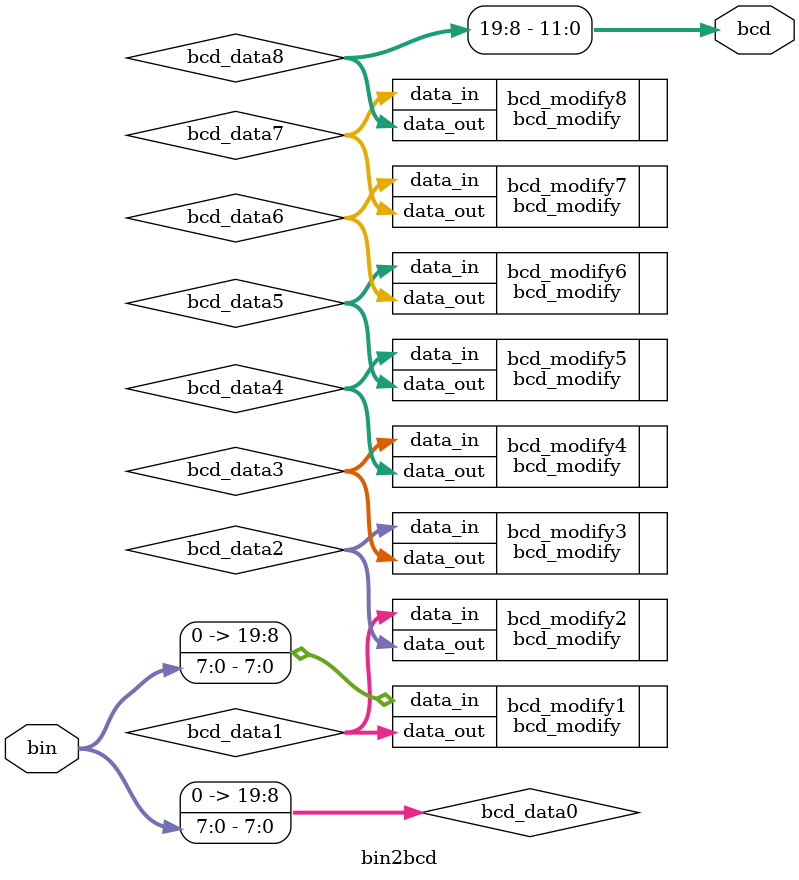
<source format=v>
module bin2bcd(
	input				[7:0]		bin,
	
	output				[11:0]		bcd
);

	wire				[19:0]		bcd_data0;
	
	assign	bcd_data0 = {12'h0, bin};		//全新序列(20位:12位BCD(初始为0)+8位BIN)
	
	wire				[19:0]	bcd_data1, bcd_data2, bcd_data3, bcd_data4;
	wire				[19:0]	bcd_data5, bcd_data6, bcd_data7, bcd_data8;

	bcd_modify bcd_modify1(.data_in(bcd_data0), .data_out(bcd_data1));
	
	bcd_modify bcd_modify2(.data_in(bcd_data1), .data_out(bcd_data2));
	
	bcd_modify bcd_modify3(.data_in(bcd_data2), .data_out(bcd_data3));
	
	bcd_modify bcd_modify4(.data_in(bcd_data3), .data_out(bcd_data4));
	
	bcd_modify bcd_modify5(.data_in(bcd_data4), .data_out(bcd_data5));
	
	bcd_modify bcd_modify6(.data_in(bcd_data5), .data_out(bcd_data6));
	
	bcd_modify bcd_modify7(.data_in(bcd_data6), .data_out(bcd_data7));
	
	bcd_modify bcd_modify8(.data_in(bcd_data7), .data_out(bcd_data8));
	
	assign	bcd = bcd_data8[19:8];			//BCD取第8次移位后数据得高12位

endmodule

</source>
